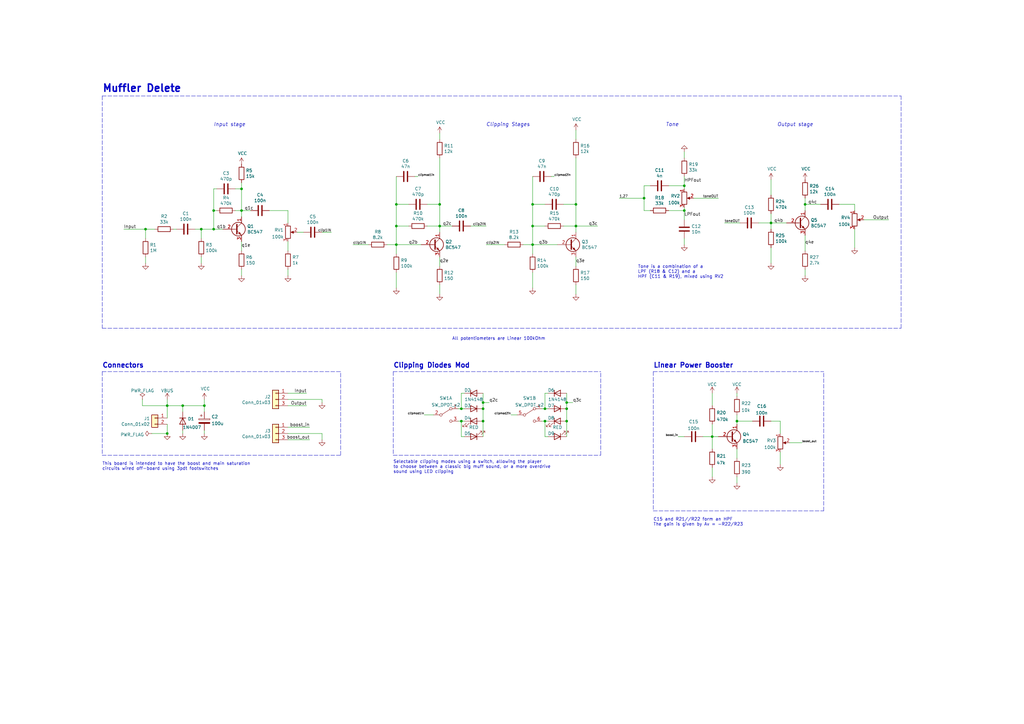
<source format=kicad_sch>
(kicad_sch (version 20211123) (generator eeschema)
  (paper "A3")
  (title_block (title "Muffler Delete") (date "2022-02-10") (rev "1") (company "jpais") (comment 1 "Based on the 72' Triangle Big Muff"))
  (lib_symbols
    (symbol "Connector_Generic:Conn_01x02" (pin_names (offset 1.016) hide)
      (property "Reference" "J" (at 0 2.54 0))
      (property "Value" "Conn_01x02" (at 0 -5.08 0))
      (symbol "Conn_01x02_1_1"
        (rectangle (start -1.27 -2.413) (end 0 -2.667) (stroke (width 0.1524)))
        (rectangle (start -1.27 0.127) (end 0 -0.127) (stroke (width 0.1524)))
        (rectangle (start -1.27 1.27) (end 1.27 -3.81) (stroke (width 0.254)) (fill (type background)))
        (pin passive line (at -5.08 0 0) (length 3.81) (name "Pin_1") (number "1"))
        (pin passive line (at -5.08 -2.54 0) (length 3.81) (name "Pin_2") (number "2"))
      )
    )
    (symbol "Connector_Generic:Conn_01x03" (pin_names (offset 1.016) hide)
      (property "Reference" "J" (at 0 5.08 0))
      (property "Value" "Conn_01x03" (at 0 -5.08 0))
      (symbol "Conn_01x03_1_1"
        (rectangle (start -1.27 -2.413) (end 0 -2.667) (stroke (width 0.1524)))
        (rectangle (start -1.27 0.127) (end 0 -0.127) (stroke (width 0.1524)))
        (rectangle (start -1.27 2.667) (end 0 2.413) (stroke (width 0.1524)))
        (rectangle (start -1.27 3.81) (end 1.27 -3.81) (stroke (width 0.254)) (fill (type background)))
        (pin passive line (at -5.08 2.54 0) (length 3.81) (name "Pin_1") (number "1"))
        (pin passive line (at -5.08 0 0) (length 3.81) (name "Pin_2") (number "2"))
        (pin passive line (at -5.08 -2.54 0) (length 3.81) (name "Pin_3") (number "3"))
      )
    )
    (symbol "Device:C" (pin_numbers hide) (pin_names (offset 0.254))
      (property "Reference" "C" (at 0.635 2.54 0))
      (property "Value" "C" (at 0.635 -2.54 0))
      (symbol "C_0_1"
        (polyline (pts (xy -2.032 -0.762) (xy 2.032 -0.762)) (stroke (width 0.508)))
        (polyline (pts (xy -2.032 0.762) (xy 2.032 0.762)) (stroke (width 0.508)))
      )
      (symbol "C_1_1"
        (pin passive line (at 0 3.81 270) (length 2.794) (name "~") (number "1"))
        (pin passive line (at 0 -3.81 90) (length 2.794) (name "~") (number "2"))
      )
    )
    (symbol "Device:C_Polarized" (pin_numbers hide) (pin_names (offset 0.254))
      (property "Reference" "C" (at 0.635 2.54 0))
      (property "Value" "C_Polarized" (at 0.635 -2.54 0))
      (symbol "C_Polarized_0_1"
        (rectangle (start -2.286 0.508) (end 2.286 1.016))
        (polyline (pts (xy -1.778 2.286) (xy -0.762 2.286)))
        (polyline (pts (xy -1.27 2.794) (xy -1.27 1.778)))
        (rectangle (start 2.286 -0.508) (end -2.286 -1.016) (fill (type outline)))
      )
      (symbol "C_Polarized_1_1"
        (pin passive line (at 0 3.81 270) (length 2.794) (name "~") (number "1"))
        (pin passive line (at 0 -3.81 90) (length 2.794) (name "~") (number "2"))
      )
    )
    (symbol "Device:LED" (pin_numbers hide) (pin_names (offset 1.016) hide)
      (property "Reference" "D" (at 0 2.54 0))
      (property "Value" "LED" (at 0 -2.54 0))
      (symbol "LED_0_1"
        (polyline (pts (xy -1.27 -1.27) (xy -1.27 1.27)) (stroke (width 0.254)))
        (polyline (pts (xy -1.27 0) (xy 1.27 0)))
        (polyline (pts (xy 1.27 -1.27) (xy 1.27 1.27) (xy -1.27 0) (xy 1.27 -1.27)) (stroke (width 0.254)))
        (polyline (pts (xy -3.048 -0.762) (xy -4.572 -2.286) (xy -3.81 -2.286) (xy -4.572 -2.286) (xy -4.572 -1.524)))
        (polyline (pts (xy -1.778 -0.762) (xy -3.302 -2.286) (xy -2.54 -2.286) (xy -3.302 -2.286) (xy -3.302 -1.524)))
      )
      (symbol "LED_1_1"
        (pin passive line (at -3.81 0 0) (length 2.54) (name "K") (number "1"))
        (pin passive line (at 3.81 0 180) (length 2.54) (name "A") (number "2"))
      )
    )
    (symbol "Device:R" (pin_numbers hide) (pin_names (offset 0))
      (property "Reference" "R" (at 2.032 0 90))
      (property "Value" "R" (at 0 0 90))
      (symbol "R_0_1"
        (rectangle (start -1.016 -2.54) (end 1.016 2.54) (stroke (width 0.254)))
      )
      (symbol "R_1_1"
        (pin passive line (at 0 3.81 270) (length 1.27) (name "~") (number "1"))
        (pin passive line (at 0 -3.81 90) (length 1.27) (name "~") (number "2"))
      )
    )
    (symbol "Device:R_Potentiometer" (pin_names (offset 1.016) hide)
      (property "Reference" "RV" (at -4.445 0 90))
      (property "Value" "R_Potentiometer" (at -2.54 0 90))
      (symbol "R_Potentiometer_0_1"
        (polyline (pts (xy 2.54 0) (xy 1.524 0)))
        (polyline (pts (xy 1.143 0) (xy 2.286 0.508) (xy 2.286 -0.508) (xy 1.143 0)) (fill (type outline)))
        (rectangle (start 1.016 2.54) (end -1.016 -2.54) (stroke (width 0.254)))
      )
      (symbol "R_Potentiometer_1_1"
        (pin passive line (at 0 3.81 270) (length 1.27) (name "1") (number "1"))
        (pin passive line (at 3.81 0 180) (length 1.27) (name "2") (number "2"))
        (pin passive line (at 0 -3.81 90) (length 1.27) (name "3") (number "3"))
      )
    )
    (symbol "Diode:1N4007" (pin_numbers hide) (pin_names (offset 1.016) hide)
      (property "Reference" "D" (at 0 2.54 0))
      (property "Value" "1N4007" (at 0 -2.54 0))
      (symbol "1N4007_0_1"
        (polyline (pts (xy -1.27 1.27) (xy -1.27 -1.27)) (stroke (width 0.254)))
        (polyline (pts (xy 1.27 0) (xy -1.27 0)))
        (polyline (pts (xy 1.27 1.27) (xy 1.27 -1.27) (xy -1.27 0) (xy 1.27 1.27)) (stroke (width 0.254)))
      )
      (symbol "1N4007_1_1"
        (pin passive line (at -3.81 0 0) (length 2.54) (name "K") (number "1"))
        (pin passive line (at 3.81 0 180) (length 2.54) (name "A") (number "2"))
      )
    )
    (symbol "Diode:1N4148" (pin_numbers hide) (pin_names (offset 1.016) hide)
      (property "Reference" "D" (at 0 2.54 0))
      (property "Value" "1N4148" (at 0 -2.54 0))
      (symbol "1N4148_0_1"
        (polyline (pts (xy -1.27 1.27) (xy -1.27 -1.27)) (stroke (width 0.254)))
        (polyline (pts (xy 1.27 0) (xy -1.27 0)))
        (polyline (pts (xy 1.27 1.27) (xy 1.27 -1.27) (xy -1.27 0) (xy 1.27 1.27)) (stroke (width 0.254)))
      )
      (symbol "1N4148_1_1"
        (pin passive line (at -3.81 0 0) (length 2.54) (name "K") (number "1"))
        (pin passive line (at 3.81 0 180) (length 2.54) (name "A") (number "2"))
      )
    )
    (symbol "Switch:SW_DPDT_x2" (pin_names (offset 0) hide)
      (property "Reference" "SW" (at 0 4.318 0))
      (property "Value" "SW_DPDT_x2" (at 0 -5.08 0))
      (symbol "SW_DPDT_x2_0_0"
        (circle (center -2.032 0) (radius 0.508))
        (circle (center 2.032 -2.54) (radius 0.508))
      )
      (symbol "SW_DPDT_x2_0_1"
        (polyline (pts (xy -1.524 0.254) (xy 1.651 2.286)))
        (circle (center 2.032 2.54) (radius 0.508))
      )
      (symbol "SW_DPDT_x2_1_1"
        (pin passive line (at 5.08 2.54 180) (length 2.54) (name "A") (number "1"))
        (pin passive line (at -5.08 0 0) (length 2.54) (name "B") (number "2"))
        (pin passive line (at 5.08 -2.54 180) (length 2.54) (name "C") (number "3"))
      )
      (symbol "SW_DPDT_x2_2_1"
        (pin passive line (at 5.08 2.54 180) (length 2.54) (name "A") (number "4"))
        (pin passive line (at -5.08 0 0) (length 2.54) (name "B") (number "5"))
        (pin passive line (at 5.08 -2.54 180) (length 2.54) (name "C") (number "6"))
      )
    )
    (symbol "Transistor_BJT:BC547" (pin_names (offset 0) hide)
      (property "Reference" "Q" (at 5.08 1.905 0))
      (property "Value" "BC547" (at 5.08 0 0))
      (symbol "BC547_0_1"
        (polyline (pts (xy 0 0) (xy 0.635 0)))
        (polyline (pts (xy 0.635 0.635) (xy 2.54 2.54)))
        (polyline (pts (xy 0.635 -0.635) (xy 2.54 -2.54) (xy 2.54 -2.54)))
        (polyline (pts (xy 0.635 1.905) (xy 0.635 -1.905) (xy 0.635 -1.905)) (stroke (width 0.508)))
        (polyline (pts (xy 1.27 -1.778) (xy 1.778 -1.27) (xy 2.286 -2.286) (xy 1.27 -1.778) (xy 1.27 -1.778)) (fill (type outline)))
        (circle (center 1.27 0) (radius 2.8194) (stroke (width 0.254)))
      )
      (symbol "BC547_1_1"
        (pin passive line (at 2.54 5.08 270) (length 2.54) (name "C") (number "1"))
        (pin input line (at -5.08 0 0) (length 5.08) (name "B") (number "2"))
        (pin passive line (at 2.54 -5.08 90) (length 2.54) (name "E") (number "3"))
      )
    )
    (symbol "power:GND" (power) (pin_names (offset 0))
      (property "Value" "GND" (at 0 -3.81 0))
      (symbol "GND_0_1"
        (polyline (pts (xy 0 0) (xy 0 -1.27) (xy 1.27 -1.27) (xy 0 -2.54) (xy -1.27 -1.27) (xy 0 -1.27)))
      )
      (symbol "GND_1_1"
        (pin power_in line (at 0 0 270) (length 0) hide (name "GND") (number "1"))
      )
    )
    (symbol "power:PWR_FLAG" (power) (pin_numbers hide) (pin_names (offset 0) hide)
      (property "Value" "PWR_FLAG" (at 0 3.81 0))
      (symbol "PWR_FLAG_0_0"
        (pin power_out line (at 0 0 90) (length 0) (name "pwr") (number "1"))
      )
      (symbol "PWR_FLAG_0_1"
        (polyline (pts (xy 0 0) (xy 0 1.27) (xy -1.016 1.905) (xy 0 2.54) (xy 1.016 1.905) (xy 0 1.27)))
      )
    )
    (symbol "power:VBUS" (power) (pin_names (offset 0))
      (property "Value" "VBUS" (at 0 3.81 0))
      (symbol "VBUS_0_1"
        (polyline (pts (xy -0.762 1.27) (xy 0 2.54)))
        (polyline (pts (xy 0 0) (xy 0 2.54)))
        (polyline (pts (xy 0 2.54) (xy 0.762 1.27)))
      )
      (symbol "VBUS_1_1"
        (pin power_in line (at 0 0 90) (length 0) hide (name "VBUS") (number "1"))
      )
    )
    (symbol "power:VCC" (power) (pin_names (offset 0))
      (property "Value" "VCC" (at 0 3.81 0))
      (symbol "VCC_0_1"
        (polyline (pts (xy -0.762 1.27) (xy 0 2.54)))
        (polyline (pts (xy 0 0) (xy 0 2.54)))
        (polyline (pts (xy 0 2.54) (xy 0.762 1.27)))
      )
      (symbol "VCC_1_1"
        (pin power_in line (at 0 0 90) (length 0) hide (name "VCC") (number "1"))
      )
    )
  )
  (junction (at 236.22 92.71))
  (junction (at 232.41 165.1))
  (junction (at 218.44 100.33))
  (junction (at 264.16 81.28))
  (junction (at 83.82 166.37))
  (junction (at 280.67 76.2))
  (junction (at 189.23 172.72))
  (junction (at 87.63 93.98))
  (junction (at 198.12 172.72))
  (junction (at 218.44 92.71))
  (junction (at 198.12 165.1))
  (junction (at 74.93 166.37))
  (junction (at 198.12 167.64))
  (junction (at 180.34 83.82))
  (junction (at 68.58 166.37))
  (junction (at 316.23 91.44))
  (junction (at 330.2 83.82))
  (junction (at 180.34 92.71))
  (junction (at 232.41 167.64))
  (junction (at 223.52 172.72))
  (junction (at 223.52 167.64))
  (junction (at 236.22 83.82))
  (junction (at 162.56 92.71))
  (junction (at 292.1 179.07))
  (junction (at 218.44 83.82))
  (junction (at 232.41 172.72))
  (junction (at 302.26 172.72))
  (junction (at 280.67 86.36))
  (junction (at 162.56 83.82))
  (junction (at 82.55 93.98))
  (junction (at 189.23 167.64))
  (junction (at 59.69 93.98))
  (junction (at 68.58 177.8))
  (junction (at 99.06 86.36))
  (junction (at 99.06 77.47))
  (junction (at 87.63 86.36))
  (junction (at 162.56 100.33))
  (wire (pts (xy 264.16 86.36) (xy 266.7 86.36)))
  (wire (pts (xy 316.23 91.44) (xy 322.58 91.44)))
  (wire (pts (xy 132.08 177.8) (xy 132.08 180.34)))
  (wire (pts (xy 59.69 107.95) (xy 59.69 105.41)))
  (wire (pts (xy 264.16 76.2) (xy 266.7 76.2)))
  (wire (pts (xy 236.22 53.34) (xy 236.22 57.15)))
  (wire (pts (xy 218.44 100.33) (xy 228.6 100.33)))
  (wire (pts (xy 180.34 105.41) (xy 180.34 109.22)))
  (wire (pts (xy 232.41 165.1) (xy 234.95 165.1)))
  (wire (pts (xy 232.41 161.29) (xy 232.41 165.1)))
  (wire (pts (xy 278.13 179.07) (xy 280.67 179.07)))
  (wire (pts (xy 316.23 101.6) (xy 316.23 107.95)))
  (wire (pts (xy 264.16 76.2) (xy 264.16 81.28)))
  (wire (pts (xy 121.92 95.25) (xy 124.46 95.25)))
  (wire (pts (xy 223.52 172.72) (xy 223.52 179.07)))
  (wire (pts (xy 330.2 110.49) (xy 330.2 113.03)))
  (wire (pts (xy 175.26 83.82) (xy 180.34 83.82)))
  (wire (pts (xy 350.52 83.82) (xy 350.52 86.36)))
  (polyline (pts (xy 41.91 134.62) (xy 369.57 134.62)))
  (wire (pts (xy 316.23 73.66) (xy 316.23 80.01)))
  (wire (pts (xy 280.67 76.2) (xy 280.67 77.47)))
  (wire (pts (xy 118.11 110.49) (xy 118.11 113.03)))
  (wire (pts (xy 236.22 92.71) (xy 236.22 95.25)))
  (wire (pts (xy 292.1 191.77) (xy 292.1 195.58)))
  (wire (pts (xy 344.17 83.82) (xy 350.52 83.82)))
  (polyline (pts (xy 246.38 186.69) (xy 246.38 152.4)))
  (wire (pts (xy 264.16 81.28) (xy 264.16 86.36)))
  (wire (pts (xy 58.42 163.83) (xy 58.42 166.37)))
  (wire (pts (xy 96.52 77.47) (xy 99.06 77.47)))
  (wire (pts (xy 320.04 172.72) (xy 316.23 172.72)))
  (wire (pts (xy 58.42 166.37) (xy 68.58 166.37)))
  (wire (pts (xy 223.52 161.29) (xy 223.52 167.64)))
  (wire (pts (xy 350.52 93.98) (xy 350.52 101.6)))
  (wire (pts (xy 330.2 96.52) (xy 330.2 102.87)))
  (wire (pts (xy 218.44 83.82) (xy 218.44 92.71)))
  (wire (pts (xy 162.56 100.33) (xy 172.72 100.33)))
  (wire (pts (xy 187.96 172.72) (xy 189.23 172.72)))
  (wire (pts (xy 170.18 72.39) (xy 171.45 72.39)))
  (wire (pts (xy 118.11 86.36) (xy 118.11 91.44)))
  (wire (pts (xy 254 81.28) (xy 264.16 81.28)))
  (polyline (pts (xy 337.82 209.55) (xy 337.82 152.4)))
  (wire (pts (xy 99.06 110.49) (xy 99.06 113.03)))
  (wire (pts (xy 198.12 165.1) (xy 198.12 167.64)))
  (wire (pts (xy 87.63 77.47) (xy 87.63 86.36)))
  (wire (pts (xy 280.67 86.36) (xy 280.67 85.09)))
  (polyline (pts (xy 161.29 152.4) (xy 161.29 186.69)))
  (polyline (pts (xy 41.91 39.37) (xy 369.57 39.37)))
  (wire (pts (xy 180.34 54.61) (xy 180.34 57.15)))
  (wire (pts (xy 330.2 83.82) (xy 336.55 83.82)))
  (wire (pts (xy 199.39 100.33) (xy 207.01 100.33)))
  (wire (pts (xy 193.04 92.71) (xy 199.39 92.71)))
  (polyline (pts (xy 161.29 186.69) (xy 246.38 186.69)))
  (wire (pts (xy 59.69 97.79) (xy 59.69 93.98)))
  (wire (pts (xy 74.93 166.37) (xy 83.82 166.37)))
  (wire (pts (xy 125.73 161.29) (xy 118.11 161.29)))
  (wire (pts (xy 99.06 102.87) (xy 99.06 99.06)))
  (wire (pts (xy 175.26 92.71) (xy 180.34 92.71)))
  (wire (pts (xy 118.11 180.34) (xy 127 180.34)))
  (wire (pts (xy 198.12 172.72) (xy 198.12 179.07)))
  (wire (pts (xy 80.01 93.98) (xy 82.55 93.98)))
  (wire (pts (xy 280.67 76.2) (xy 280.67 72.39)))
  (wire (pts (xy 323.85 181.61) (xy 328.93 181.61)))
  (wire (pts (xy 218.44 100.33) (xy 218.44 92.71)))
  (wire (pts (xy 187.96 167.64) (xy 189.23 167.64)))
  (wire (pts (xy 83.82 163.83) (xy 83.82 166.37)))
  (wire (pts (xy 180.34 92.71) (xy 185.42 92.71)))
  (wire (pts (xy 68.58 173.99) (xy 68.58 177.8)))
  (wire (pts (xy 50.8 93.98) (xy 59.69 93.98)))
  (wire (pts (xy 99.06 88.9) (xy 99.06 86.36)))
  (wire (pts (xy 280.67 97.79) (xy 280.67 100.33)))
  (wire (pts (xy 198.12 165.1) (xy 200.66 165.1)))
  (wire (pts (xy 231.14 83.82) (xy 236.22 83.82)))
  (wire (pts (xy 162.56 83.82) (xy 162.56 92.71)))
  (wire (pts (xy 189.23 167.64) (xy 190.5 167.64)))
  (wire (pts (xy 302.26 195.58) (xy 302.26 198.12)))
  (wire (pts (xy 316.23 91.44) (xy 316.23 87.63)))
  (wire (pts (xy 297.18 91.44) (xy 303.53 91.44)))
  (wire (pts (xy 232.41 172.72) (xy 232.41 179.07)))
  (wire (pts (xy 330.2 83.82) (xy 330.2 81.28)))
  (wire (pts (xy 167.64 83.82) (xy 162.56 83.82)))
  (wire (pts (xy 218.44 118.11) (xy 218.44 111.76)))
  (wire (pts (xy 218.44 92.71) (xy 223.52 92.71)))
  (wire (pts (xy 144.78 100.33) (xy 151.13 100.33)))
  (wire (pts (xy 162.56 100.33) (xy 162.56 92.71)))
  (wire (pts (xy 236.22 83.82) (xy 236.22 92.71)))
  (wire (pts (xy 180.34 120.65) (xy 180.34 116.84)))
  (wire (pts (xy 292.1 179.07) (xy 292.1 184.15)))
  (polyline (pts (xy 41.91 152.4) (xy 41.91 186.69)))
  (wire (pts (xy 68.58 163.83) (xy 68.58 166.37)))
  (wire (pts (xy 180.34 92.71) (xy 180.34 95.25)))
  (wire (pts (xy 118.11 175.26) (xy 127 175.26)))
  (polyline (pts (xy 267.97 152.4) (xy 267.97 209.55)))
  (wire (pts (xy 316.23 93.98) (xy 316.23 91.44)))
  (wire (pts (xy 68.58 166.37) (xy 74.93 166.37)))
  (wire (pts (xy 132.08 163.83) (xy 118.11 163.83)))
  (wire (pts (xy 190.5 179.07) (xy 189.23 179.07)))
  (wire (pts (xy 125.73 166.37) (xy 118.11 166.37)))
  (wire (pts (xy 110.49 86.36) (xy 118.11 86.36)))
  (wire (pts (xy 99.06 77.47) (xy 99.06 74.93)))
  (wire (pts (xy 320.04 177.8) (xy 320.04 172.72)))
  (wire (pts (xy 236.22 105.41) (xy 236.22 109.22)))
  (polyline (pts (xy 161.29 152.4) (xy 246.38 152.4)))
  (wire (pts (xy 274.32 86.36) (xy 280.67 86.36)))
  (wire (pts (xy 83.82 166.37) (xy 83.82 168.91)))
  (wire (pts (xy 292.1 173.99) (xy 292.1 179.07)))
  (wire (pts (xy 232.41 167.64) (xy 232.41 172.72)))
  (wire (pts (xy 236.22 92.71) (xy 245.11 92.71)))
  (wire (pts (xy 82.55 107.95) (xy 82.55 105.41)))
  (wire (pts (xy 231.14 92.71) (xy 236.22 92.71)))
  (wire (pts (xy 82.55 93.98) (xy 87.63 93.98)))
  (wire (pts (xy 223.52 161.29) (xy 224.79 161.29)))
  (polyline (pts (xy 267.97 152.4) (xy 337.82 152.4)))
  (wire (pts (xy 214.63 100.33) (xy 218.44 100.33)))
  (wire (pts (xy 118.11 177.8) (xy 132.08 177.8)))
  (wire (pts (xy 132.08 95.25) (xy 135.89 95.25)))
  (wire (pts (xy 218.44 83.82) (xy 218.44 72.39)))
  (wire (pts (xy 189.23 172.72) (xy 190.5 172.72)))
  (wire (pts (xy 222.25 167.64) (xy 223.52 167.64)))
  (wire (pts (xy 223.52 83.82) (xy 218.44 83.82)))
  (polyline (pts (xy 267.97 209.55) (xy 337.82 209.55)))
  (wire (pts (xy 311.15 91.44) (xy 316.23 91.44)))
  (polyline (pts (xy 41.91 186.69) (xy 139.7 186.69)))
  (wire (pts (xy 302.26 184.15) (xy 302.26 187.96)))
  (wire (pts (xy 83.82 176.53) (xy 83.82 177.8)))
  (wire (pts (xy 74.93 176.53) (xy 74.93 177.8)))
  (wire (pts (xy 62.23 177.8) (xy 68.58 177.8)))
  (wire (pts (xy 302.26 170.18) (xy 302.26 172.72)))
  (wire (pts (xy 236.22 120.65) (xy 236.22 116.84)))
  (wire (pts (xy 302.26 172.72) (xy 302.26 173.99)))
  (wire (pts (xy 99.06 86.36) (xy 102.87 86.36)))
  (polyline (pts (xy 41.91 39.37) (xy 41.91 134.62)))
  (polyline (pts (xy 139.7 186.69) (xy 139.7 152.4)))
  (wire (pts (xy 198.12 161.29) (xy 198.12 165.1)))
  (wire (pts (xy 223.52 167.64) (xy 224.79 167.64)))
  (wire (pts (xy 280.67 86.36) (xy 280.67 90.17)))
  (wire (pts (xy 173.99 170.18) (xy 177.8 170.18)))
  (wire (pts (xy 209.55 170.18) (xy 212.09 170.18)))
  (wire (pts (xy 162.56 100.33) (xy 162.56 104.14)))
  (wire (pts (xy 132.08 165.1) (xy 132.08 163.83)))
  (wire (pts (xy 162.56 118.11) (xy 162.56 111.76)))
  (wire (pts (xy 284.48 81.28) (xy 294.64 81.28)))
  (wire (pts (xy 288.29 179.07) (xy 292.1 179.07)))
  (wire (pts (xy 180.34 64.77) (xy 180.34 83.82)))
  (wire (pts (xy 224.79 179.07) (xy 223.52 179.07)))
  (wire (pts (xy 274.32 76.2) (xy 280.67 76.2)))
  (wire (pts (xy 99.06 86.36) (xy 99.06 77.47)))
  (wire (pts (xy 59.69 93.98) (xy 63.5 93.98)))
  (wire (pts (xy 71.12 93.98) (xy 72.39 93.98)))
  (polyline (pts (xy 369.57 134.62) (xy 369.57 39.37)))
  (wire (pts (xy 218.44 100.33) (xy 218.44 104.14)))
  (wire (pts (xy 87.63 86.36) (xy 88.9 86.36)))
  (wire (pts (xy 189.23 172.72) (xy 189.23 179.07)))
  (wire (pts (xy 302.26 172.72) (xy 308.61 172.72)))
  (wire (pts (xy 292.1 161.29) (xy 292.1 166.37)))
  (wire (pts (xy 292.1 179.07) (xy 294.64 179.07)))
  (wire (pts (xy 354.33 90.17) (xy 364.49 90.17)))
  (wire (pts (xy 330.2 86.36) (xy 330.2 83.82)))
  (wire (pts (xy 226.06 72.39) (xy 227.33 72.39)))
  (wire (pts (xy 162.56 83.82) (xy 162.56 72.39)))
  (wire (pts (xy 236.22 64.77) (xy 236.22 83.82)))
  (polyline (pts (xy 41.91 152.4) (xy 139.7 152.4)))
  (wire (pts (xy 87.63 86.36) (xy 87.63 93.98)))
  (wire (pts (xy 320.04 185.42) (xy 320.04 190.5)))
  (wire (pts (xy 87.63 93.98) (xy 91.44 93.98)))
  (wire (pts (xy 74.93 168.91) (xy 74.93 166.37)))
  (wire (pts (xy 198.12 167.64) (xy 198.12 172.72)))
  (wire (pts (xy 232.41 165.1) (xy 232.41 167.64)))
  (wire (pts (xy 223.52 172.72) (xy 224.79 172.72)))
  (wire (pts (xy 82.55 93.98) (xy 82.55 97.79)))
  (wire (pts (xy 158.75 100.33) (xy 162.56 100.33)))
  (wire (pts (xy 189.23 161.29) (xy 190.5 161.29)))
  (wire (pts (xy 118.11 99.06) (xy 118.11 102.87)))
  (wire (pts (xy 88.9 77.47) (xy 87.63 77.47)))
  (wire (pts (xy 162.56 92.71) (xy 167.64 92.71)))
  (wire (pts (xy 96.52 86.36) (xy 99.06 86.36)))
  (wire (pts (xy 302.26 161.29) (xy 302.26 162.56)))
  (wire (pts (xy 180.34 83.82) (xy 180.34 92.71)))
  (wire (pts (xy 222.25 172.72) (xy 223.52 172.72)))
  (wire (pts (xy 189.23 161.29) (xy 189.23 167.64)))
  (wire (pts (xy 280.67 62.23) (xy 280.67 64.77)))
  (wire (pts (xy 68.58 166.37) (xy 68.58 171.45)))
  (text "Connectors" (at 41.91 151.13 0) (effects (font (size 2 2) (thickness 0.4) bold) (justify left bottom)))
  (text "Muffler Delete" (at 41.91 38.1 0) (effects (font (size 3 3) (thickness 0.6) bold) (justify left bottom)))
  (text "Selectable clipping modes using a switch, allowing the player\nto choose between a classic big muff sound, or a more overdrive\nsound using LED clipping\n" (at 161.29 194.31 0) (effects (font (size 1.27 1.27)) (justify left bottom)))
  (text "Clipping Stages\n" (at 199.39 52.07 0) (effects (font (size 1.5 1.5) italic) (justify left bottom)))
  (text "Input stage" (at 87.63 52.07 0) (effects (font (size 1.5 1.5) italic) (justify left bottom)))
  (text "Output stage" (at 318.77 52.07 0) (effects (font (size 1.5 1.5) italic) (justify left bottom)))
  (text "Clipping Diodes Mod" (at 161.29 151.13 0) (effects (font (size 2 2) (thickness 0.4) bold) (justify left bottom)))
  (text "Tone" (at 273.05 52.07 0) (effects (font (size 1.5 1.5) italic) (justify left bottom)))
  (text "This board is intended to have the boost and main saturation\ncircuits wired off-board using 3pdt footswitches" (at 41.91 193.04 0) (effects (font (size 1.27 1.27)) (justify left bottom)))
  (text "All potentiometers are Linear 100kOhm\n" (at 185.42 139.7 0) (effects (font (size 1.27 1.27)) (justify left bottom)))
  (text "Tone is a combination of a \nLPF (R18 & C12) and a\nHPF (C11 & R19), mixed using RV2" (at 261.62 114.3 0) (effects (font (size 1.27 1.27)) (justify left bottom)))
  (text "Linear Power Booster\n" (at 267.97 151.13 0) (effects (font (size 2 2) (thickness 0.4) bold) (justify left bottom)))
  (text "C15 and R21//R22 form an HPF\nThe gain is given by Av = -R22/R23" (at 267.97 215.9 0) (effects (font (size 1.27 1.27)) (justify left bottom)))
  (label "LPFout" (at 280.67 88.9 0))
  (label "q2c" (at 181.61 92.71 0))
  (label "q4c" (at 331.47 83.82 0))
  (label "q3e" (at 236.22 107.95 0))
  (label "toneOUT" (at 297.18 91.44 0) (effects (font (size 1 1))))
  (label "Output" (at 125.73 166.37 180))
  (label "clip2IN" (at 199.39 100.33 0) (effects (font (size 1 1))))
  (label "toneOUT" (at 294.64 81.28 180) (effects (font (size 1 1))))
  (label "1,27" (at 254 81.28 0) (effects (font (size 1 1))))
  (label "q1c" (at 100.33 86.36 0))
  (label "clipmod1in" (at 173.99 170.18 180) (effects (font (size 0.8 0.8))))
  (label "clip1IN" (at 144.78 100.33 0) (effects (font (size 1 1))))
  (label "q1e" (at 99.06 101.6 0))
  (label "q1b" (at 88.9 93.98 0))
  (label "q4b" (at 317.5 91.44 0))
  (label "boost_in" (at 127 175.26 180))
  (label "boost_in" (at 278.13 179.07 180) (effects (font (size 0.8 0.8))))
  (label "clip2IN" (at 199.39 92.71 180) (effects (font (size 1 1))))
  (label "clipmod2in" (at 209.55 170.18 180) (effects (font (size 0.8 0.8))))
  (label "clipmod1in" (at 171.45 72.39 0) (effects (font (size 0.8 0.8))))
  (label "q2b" (at 167.64 100.33 0))
  (label "HPFout" (at 280.67 74.93 0))
  (label "q4e" (at 330.2 100.33 0))
  (label "clipmod2in" (at 227.33 72.39 0) (effects (font (size 0.8 0.8))))
  (label "q2c" (at 200.66 165.1 0))
  (label "Input" (at 125.73 161.29 180))
  (label "Output" (at 364.49 90.17 180))
  (label "clip1IN" (at 135.89 95.25 180) (effects (font (size 1 1))))
  (label "q3c" (at 245.11 92.71 180))
  (label "boost_out" (at 127 180.34 180))
  (label "q3b" (at 220.98 100.33 0))
  (label "boost_out" (at 328.93 181.61 0) (effects (font (size 0.8 0.8))))
  (label "q2e" (at 180.34 107.95 0))
  (label "Input" (at 50.8 93.98 0))
  (label "q3c" (at 234.95 165.1 0))
  (symbol (lib_id "Device:R") (at 59.69 101.6 0) (unit 1)
    (property "Reference" "R1" (at 61.468 100.4316 0) (effects (justify left)))
    (property "Value" "1M" (at 61.468 102.743 0) (effects (justify left)))
    (property "Footprint" "Resistor_THT:R_Axial_DIN0207_L6.3mm_D2.5mm_P7.62mm_Horizontal" (effects hide))
  )
  (symbol (lib_id "Device:R") (at 67.31 93.98 270) (unit 1)
    (property "Reference" "R2" (at 67.31 88.7222 90))
    (property "Value" "33k" (at 67.31 91.0336 90))
    (property "Footprint" "Resistor_THT:R_Axial_DIN0207_L6.3mm_D2.5mm_P7.62mm_Horizontal" (effects hide))
  )
  (symbol (lib_id "Device:C") (at 76.2 93.98 270) (unit 1)
    (property "Reference" "C1" (at 76.2 87.5792 90))
    (property "Value" "100n" (at 76.2 89.8906 90))
    (property "Footprint" "Capacitor_THT:C_Rect_L7.2mm_W2.5mm_P5.00mm_FKS2_FKP2_MKS2_MKP2" (effects hide))
  )
  (symbol (lib_id "Transistor_BJT:BC547") (at 96.52 93.98 0) (unit 1)
    (property "Reference" "Q1" (at 101.3714 92.8116 0) (effects (justify left)))
    (property "Value" "BC547" (at 101.3714 95.123 0) (effects (justify left)))
    (property "Footprint" "Package_TO_SOT_THT:TO-92_Inline_Wide" (effects hide))
    (property "Datasheet" "https://www.onsemi.com/pub/Collateral/BC550-D.pdf" (effects hide))
  )
  (symbol (lib_id "Device:R") (at 82.55 101.6 0) (unit 1)
    (property "Reference" "R3" (at 84.328 100.4316 0) (effects (justify left)))
    (property "Value" "100k" (at 84.328 102.743 0) (effects (justify left)))
    (property "Footprint" "Resistor_THT:R_Axial_DIN0207_L6.3mm_D2.5mm_P7.62mm_Horizontal" (effects hide))
  )
  (symbol (lib_id "Device:R") (at 99.06 106.68 0) (unit 1)
    (property "Reference" "R6" (at 100.838 105.5116 0) (effects (justify left)))
    (property "Value" "150" (at 100.838 107.823 0) (effects (justify left)))
    (property "Footprint" "Resistor_THT:R_Axial_DIN0207_L6.3mm_D2.5mm_P7.62mm_Horizontal" (effects hide))
  )
  (symbol (lib_id "Device:R") (at 92.71 86.36 270) (unit 1)
    (property "Reference" "R4" (at 92.71 81.1022 90))
    (property "Value" "470k" (at 92.71 83.4136 90))
    (property "Footprint" "Resistor_THT:R_Axial_DIN0207_L6.3mm_D2.5mm_P7.62mm_Horizontal" (effects hide))
  )
  (symbol (lib_id "Device:C") (at 92.71 77.47 270) (unit 1)
    (property "Reference" "C3" (at 92.71 71.0692 90))
    (property "Value" "470p" (at 92.71 73.3806 90))
    (property "Footprint" "Capacitor_THT:C_Rect_L7.2mm_W2.5mm_P5.00mm_FKS2_FKP2_MKS2_MKP2" (effects hide))
  )
  (symbol (lib_id "Device:R") (at 99.06 71.12 0) (unit 1)
    (property "Reference" "R5" (at 100.838 69.9516 0) (effects (justify left)))
    (property "Value" "15k" (at 100.838 72.263 0) (effects (justify left)))
    (property "Footprint" "Resistor_THT:R_Axial_DIN0207_L6.3mm_D2.5mm_P7.62mm_Horizontal" (effects hide))
  )
  (symbol (lib_id "Device:C") (at 106.68 86.36 270) (unit 1)
    (property "Reference" "C4" (at 106.68 79.9592 90))
    (property "Value" "100n" (at 106.68 82.2706 90))
    (property "Footprint" "Capacitor_THT:C_Rect_L7.2mm_W2.5mm_P5.00mm_FKS2_FKP2_MKS2_MKP2" (effects hide))
  )
  (symbol (lib_id "Device:R") (at 118.11 106.68 0) (unit 1)
    (property "Reference" "R7" (at 119.888 105.5116 0) (effects (justify left)))
    (property "Value" "1k" (at 119.888 107.823 0) (effects (justify left)))
    (property "Footprint" "Resistor_THT:R_Axial_DIN0207_L6.3mm_D2.5mm_P7.62mm_Horizontal" (effects hide))
  )
  (symbol (lib_id "Device:C") (at 128.27 95.25 270) (unit 1)
    (property "Reference" "C5" (at 128.27 88.8492 90))
    (property "Value" "100n" (at 128.27 91.1606 90))
    (property "Footprint" "Capacitor_THT:C_Rect_L7.2mm_W2.5mm_P5.00mm_FKS2_FKP2_MKS2_MKP2" (effects hide))
  )
  (symbol (lib_id "Device:R") (at 154.94 100.33 270) (unit 1)
    (property "Reference" "R8" (at 154.94 95.0722 90))
    (property "Value" "8.2k" (at 154.94 97.3836 90))
    (property "Footprint" "Resistor_THT:R_Axial_DIN0207_L6.3mm_D2.5mm_P7.62mm_Horizontal" (effects hide))
  )
  (symbol (lib_id "Device:R") (at 162.56 107.95 0) (unit 1)
    (property "Reference" "R9" (at 164.338 106.7816 0) (effects (justify left)))
    (property "Value" "100k" (at 164.338 109.093 0) (effects (justify left)))
    (property "Footprint" "Resistor_THT:R_Axial_DIN0207_L6.3mm_D2.5mm_P7.62mm_Horizontal" (effects hide))
  )
  (symbol (lib_id "Transistor_BJT:BC547") (at 177.8 100.33 0) (unit 1)
    (property "Reference" "Q2" (at 182.6514 99.1616 0) (effects (justify left)))
    (property "Value" "BC547" (at 182.6514 101.473 0) (effects (justify left)))
    (property "Footprint" "Package_TO_SOT_THT:TO-92_Inline_Wide" (effects hide))
    (property "Datasheet" "https://www.onsemi.com/pub/Collateral/BC550-D.pdf" (effects hide))
  )
  (symbol (lib_id "Device:R") (at 171.45 92.71 270) (unit 1)
    (property "Reference" "R10" (at 171.45 87.4522 90))
    (property "Value" "470k" (at 171.45 89.7636 90))
    (property "Footprint" "Resistor_THT:R_Axial_DIN0207_L6.3mm_D2.5mm_P7.62mm_Horizontal" (effects hide))
  )
  (symbol (lib_id "Device:C") (at 171.45 83.82 270) (unit 1)
    (property "Reference" "C7" (at 171.45 77.4192 90))
    (property "Value" "470p" (at 171.45 79.7306 90))
    (property "Footprint" "Capacitor_THT:C_Rect_L7.2mm_W2.5mm_P5.00mm_FKS2_FKP2_MKS2_MKP2" (effects hide))
  )
  (symbol (lib_id "Device:C") (at 166.37 72.39 270) (unit 1)
    (property "Reference" "C6" (at 166.37 65.9892 90))
    (property "Value" "47n" (at 166.37 68.3006 90))
    (property "Footprint" "Capacitor_THT:C_Rect_L7.2mm_W2.5mm_P5.00mm_FKS2_FKP2_MKS2_MKP2" (effects hide))
  )
  (symbol (lib_id "Device:R") (at 180.34 60.96 0) (unit 1)
    (property "Reference" "R11" (at 182.118 59.7916 0) (effects (justify left)))
    (property "Value" "12k" (at 182.118 62.103 0) (effects (justify left)))
    (property "Footprint" "Resistor_THT:R_Axial_DIN0207_L6.3mm_D2.5mm_P7.62mm_Horizontal" (effects hide))
  )
  (symbol (lib_id "Device:R") (at 180.34 113.03 0) (unit 1)
    (property "Reference" "R12" (at 182.118 111.8616 0) (effects (justify left)))
    (property "Value" "150" (at 182.118 114.173 0) (effects (justify left)))
    (property "Footprint" "Resistor_THT:R_Axial_DIN0207_L6.3mm_D2.5mm_P7.62mm_Horizontal" (effects hide))
  )
  (symbol (lib_id "Device:C") (at 189.23 92.71 270) (unit 1)
    (property "Reference" "C8" (at 189.23 86.3092 90))
    (property "Value" "100n" (at 189.23 88.6206 90))
    (property "Footprint" "Capacitor_THT:C_Rect_L7.2mm_W2.5mm_P5.00mm_FKS2_FKP2_MKS2_MKP2" (effects hide))
  )
  (symbol (lib_id "Device:R") (at 210.82 100.33 270) (unit 1)
    (property "Reference" "R13" (at 210.82 95.0722 90))
    (property "Value" "8.2k" (at 210.82 97.3836 90))
    (property "Footprint" "Resistor_THT:R_Axial_DIN0207_L6.3mm_D2.5mm_P7.62mm_Horizontal" (effects hide))
  )
  (symbol (lib_id "Device:R") (at 218.44 107.95 0) (unit 1)
    (property "Reference" "R14" (at 220.218 106.7816 0) (effects (justify left)))
    (property "Value" "100k" (at 220.218 109.093 0) (effects (justify left)))
    (property "Footprint" "Resistor_THT:R_Axial_DIN0207_L6.3mm_D2.5mm_P7.62mm_Horizontal" (effects hide))
  )
  (symbol (lib_id "Transistor_BJT:BC547") (at 233.68 100.33 0) (unit 1)
    (property "Reference" "Q3" (at 238.5314 99.1616 0) (effects (justify left)))
    (property "Value" "BC547" (at 238.5314 101.473 0) (effects (justify left)))
    (property "Footprint" "Package_TO_SOT_THT:TO-92_Inline_Wide" (effects hide))
    (property "Datasheet" "https://www.onsemi.com/pub/Collateral/BC550-D.pdf" (effects hide))
  )
  (symbol (lib_id "Device:R") (at 227.33 92.71 270) (unit 1)
    (property "Reference" "R15" (at 227.33 87.4522 90))
    (property "Value" "470k" (at 227.33 89.7636 90))
    (property "Footprint" "Resistor_THT:R_Axial_DIN0207_L6.3mm_D2.5mm_P7.62mm_Horizontal" (effects hide))
  )
  (symbol (lib_id "Device:C") (at 227.33 83.82 270) (unit 1)
    (property "Reference" "C10" (at 227.33 77.47 90))
    (property "Value" "470p" (at 227.33 79.7306 90))
    (property "Footprint" "Capacitor_THT:C_Rect_L7.2mm_W2.5mm_P5.00mm_FKS2_FKP2_MKS2_MKP2" (effects hide))
  )
  (symbol (lib_id "Device:C") (at 222.25 72.39 270) (unit 1)
    (property "Reference" "C9" (at 222.25 65.9892 90))
    (property "Value" "47n" (at 222.25 68.3006 90))
    (property "Footprint" "Capacitor_THT:C_Rect_L7.2mm_W2.5mm_P5.00mm_FKS2_FKP2_MKS2_MKP2" (effects hide))
  )
  (symbol (lib_id "Device:R") (at 236.22 60.96 0) (unit 1)
    (property "Reference" "R16" (at 237.998 59.7916 0) (effects (justify left)))
    (property "Value" "12k" (at 237.998 62.103 0) (effects (justify left)))
    (property "Footprint" "Resistor_THT:R_Axial_DIN0207_L6.3mm_D2.5mm_P7.62mm_Horizontal" (effects hide))
  )
  (symbol (lib_id "Device:R") (at 236.22 113.03 0) (unit 1)
    (property "Reference" "R17" (at 237.998 111.8616 0) (effects (justify left)))
    (property "Value" "150" (at 237.998 114.173 0) (effects (justify left)))
    (property "Footprint" "Resistor_THT:R_Axial_DIN0207_L6.3mm_D2.5mm_P7.62mm_Horizontal" (effects hide))
  )
  (symbol (lib_id "Device:C") (at 270.51 76.2 270) (unit 1)
    (property "Reference" "C11" (at 270.51 69.7992 90))
    (property "Value" "4n" (at 270.51 72.1106 90))
    (property "Footprint" "Capacitor_THT:C_Rect_L7.2mm_W2.5mm_P5.00mm_FKS2_FKP2_MKS2_MKP2" (effects hide))
  )
  (symbol (lib_id "Device:R") (at 270.51 86.36 270) (unit 1)
    (property "Reference" "R18" (at 270.51 81.1022 90))
    (property "Value" "33k" (at 270.51 83.4136 90))
    (property "Footprint" "Resistor_THT:R_Axial_DIN0207_L6.3mm_D2.5mm_P7.62mm_Horizontal" (effects hide))
  )
  (symbol (lib_id "Device:R") (at 280.67 68.58 0) (unit 1)
    (property "Reference" "R19" (at 282.448 67.4116 0) (effects (justify left)))
    (property "Value" "33k" (at 282.448 69.723 0) (effects (justify left)))
    (property "Footprint" "Resistor_THT:R_Axial_DIN0207_L6.3mm_D2.5mm_P7.62mm_Horizontal" (effects hide))
  )
  (symbol (lib_id "Device:C") (at 280.67 93.98 0) (unit 1)
    (property "Reference" "C12" (at 283.591 92.8116 0) (effects (justify left)))
    (property "Value" "10n" (at 283.591 95.123 0) (effects (justify left)))
    (property "Footprint" "Capacitor_THT:C_Rect_L7.2mm_W2.5mm_P5.00mm_FKS2_FKP2_MKS2_MKP2" (effects hide))
  )
  (symbol (lib_id "Device:C") (at 307.34 91.44 90) (unit 1)
    (property "Reference" "C13" (at 307.34 85.0392 90))
    (property "Value" "100n" (at 307.34 87.3506 90))
    (property "Footprint" "Capacitor_THT:C_Rect_L7.2mm_W2.5mm_P5.00mm_FKS2_FKP2_MKS2_MKP2" (effects hide))
  )
  (symbol (lib_id "Device:R") (at 316.23 83.82 0) (unit 1)
    (property "Reference" "R24" (at 318.008 82.6516 0) (effects (justify left)))
    (property "Value" "470k" (at 318.008 84.963 0) (effects (justify left)))
    (property "Footprint" "Resistor_THT:R_Axial_DIN0207_L6.3mm_D2.5mm_P7.62mm_Horizontal" (effects hide))
  )
  (symbol (lib_id "Device:R") (at 316.23 97.79 0) (unit 1)
    (property "Reference" "R25" (at 318.008 96.6216 0) (effects (justify left)))
    (property "Value" "100k" (at 318.008 98.933 0) (effects (justify left)))
    (property "Footprint" "Resistor_THT:R_Axial_DIN0207_L6.3mm_D2.5mm_P7.62mm_Horizontal" (effects hide))
  )
  (symbol (lib_id "Transistor_BJT:BC547") (at 327.66 91.44 0) (unit 1)
    (property "Reference" "Q5" (at 332.5114 90.2716 0) (effects (justify left)))
    (property "Value" "BC547" (at 332.5114 92.583 0) (effects (justify left)))
    (property "Footprint" "Package_TO_SOT_THT:TO-92_Inline_Wide" (effects hide))
    (property "Datasheet" "https://www.onsemi.com/pub/Collateral/BC550-D.pdf" (effects hide))
  )
  (symbol (lib_id "Device:R") (at 330.2 106.68 0) (unit 1)
    (property "Reference" "R27" (at 331.978 105.5116 0) (effects (justify left)))
    (property "Value" "2.7k" (at 331.978 107.823 0) (effects (justify left)))
    (property "Footprint" "Resistor_THT:R_Axial_DIN0207_L6.3mm_D2.5mm_P7.62mm_Horizontal" (effects hide))
  )
  (symbol (lib_id "Device:R") (at 330.2 77.47 0) (unit 1)
    (property "Reference" "R26" (at 331.978 76.3016 0) (effects (justify left)))
    (property "Value" "12k" (at 331.978 78.613 0) (effects (justify left)))
    (property "Footprint" "Resistor_THT:R_Axial_DIN0207_L6.3mm_D2.5mm_P7.62mm_Horizontal" (effects hide))
  )
  (symbol (lib_id "Device:C") (at 340.36 83.82 270) (unit 1)
    (property "Reference" "C14" (at 340.36 77.4192 90))
    (property "Value" "100n" (at 340.36 79.7306 90))
    (property "Footprint" "Capacitor_THT:C_Rect_L7.2mm_W2.5mm_P5.00mm_FKS2_FKP2_MKS2_MKP2" (effects hide))
  )
  (symbol (lib_id "power:VCC") (at 99.06 67.31 0) (unit 1)
    (property "Reference" "#PWR07" (effects hide))
    (property "Value" "VCC" (at 99.441 62.9158 0))
  )
  (symbol (lib_id "power:VCC") (at 180.34 54.61 0) (unit 1)
    (property "Reference" "#PWR013" (effects hide))
    (property "Value" "VCC" (at 180.721 50.2158 0))
  )
  (symbol (lib_id "power:VCC") (at 236.22 53.34 0) (unit 1)
    (property "Reference" "#PWR016" (effects hide))
    (property "Value" "VCC" (at 236.601 48.9458 0))
  )
  (symbol (lib_id "power:VCC") (at 330.2 73.66 0) (unit 1)
    (property "Reference" "#PWR027" (effects hide))
    (property "Value" "VCC" (at 330.581 69.2658 0))
  )
  (symbol (lib_id "power:VCC") (at 316.23 73.66 0) (unit 1)
    (property "Reference" "#PWR024" (effects hide))
    (property "Value" "VCC" (at 316.611 69.2658 0))
  )
  (symbol (lib_id "power:VCC") (at 83.82 163.83 0) (unit 1)
    (property "Reference" "#PWR05" (effects hide))
    (property "Value" "VCC" (at 84.201 159.4358 0))
  )
  (symbol (lib_id "Connector_Generic:Conn_01x03") (at 113.03 163.83 0) (mirror y) (unit 1)
    (property "Reference" "J2" (at 110.998 162.7632 0) (effects (justify left)))
    (property "Value" "Conn_01x03" (at 110.998 165.0746 0) (effects (justify left)))
    (property "Footprint" "Connector_PinHeader_2.54mm:PinHeader_1x03_P2.54mm_Vertical" (effects hide))
  )
  (symbol (lib_id "Connector_Generic:Conn_01x02") (at 63.5 171.45 0) (mirror y) (unit 1)
    (property "Reference" "J1" (at 61.468 171.6532 0) (effects (justify left)))
    (property "Value" "Conn_01x02" (at 61.468 173.9646 0) (effects (justify left)))
    (property "Footprint" "Connector_PinHeader_2.54mm:PinHeader_1x02_P2.54mm_Vertical" (effects hide))
  )
  (symbol (lib_id "power:GND") (at 68.58 177.8 0) (unit 1)
    (property "Reference" "#PWR03" (effects hide))
    (property "Value" "GND" (effects hide))
  )
  (symbol (lib_id "power:GND") (at 350.52 101.6 0) (unit 1)
    (property "Reference" "#PWR029" (effects hide))
    (property "Value" "GND" (effects hide))
  )
  (symbol (lib_id "power:GND") (at 320.04 190.5 0) (unit 1)
    (property "Reference" "#PWR026" (effects hide))
    (property "Value" "GND" (effects hide))
  )
  (symbol (lib_id "power:GND") (at 280.67 62.23 180) (unit 1)
    (property "Reference" "#PWR018" (effects hide))
    (property "Value" "GND" (effects hide))
  )
  (symbol (lib_id "Diode:1N4007") (at 74.93 172.72 270) (unit 1)
    (property "Reference" "D1" (at 76.962 171.8115 90) (effects (justify left)))
    (property "Value" "1N4007" (at 74.93 175.26 90) (effects (justify left)))
    (property "Footprint" "Diode_THT:D_DO-41_SOD81_P10.16mm_Horizontal" (effects hide))
    (property "Datasheet" "http://www.vishay.com/docs/88503/1n4001.pdf" (effects hide))
  )
  (symbol (lib_id "Diode:1N4148") (at 228.6 167.64 0) (mirror y) (unit 1)
    (property "Reference" "D7" (at 226.06 166.37 0))
    (property "Value" "1N4148" (effects hide))
    (property "Footprint" "Diode_THT:D_DO-35_SOD27_P7.62mm_Horizontal" (effects hide))
    (property "Datasheet" "https://assets.nexperia.com/documents/data-sheet/1N4148_1N4448.pdf" (effects hide))
  )
  (symbol (lib_id "power:GND") (at 82.55 107.95 0) (unit 1)
    (property "Reference" "#PWR04" (effects hide))
    (property "Value" "GND" (effects hide))
  )
  (symbol (lib_id "power:GND") (at 292.1 195.58 0) (unit 1)
    (property "Reference" "#PWR021" (effects hide))
    (property "Value" "GND" (effects hide))
  )
  (symbol (lib_id "Device:C_Polarized") (at 83.82 172.72 0) (unit 1)
    (property "Reference" "C2" (at 86.741 170.9225 0) (effects (justify left)))
    (property "Value" "100u" (at 86.741 173.6976 0) (effects (justify left)))
    (property "Footprint" "Capacitor_THT:CP_Radial_D6.3mm_P2.50mm" (effects hide))
  )
  (symbol (lib_id "power:GND") (at 74.93 177.8 0) (unit 1)
    (property "Reference" "#PWR0101" (effects hide))
    (property "Value" "GND" (effects hide))
  )
  (symbol (lib_id "power:GND") (at 280.67 100.33 0) (unit 1)
    (property "Reference" "#PWR019" (effects hide))
    (property "Value" "GND" (effects hide))
  )
  (symbol (lib_id "power:VCC") (at 302.26 161.29 0) (unit 1)
    (property "Reference" "#PWR022" (effects hide))
    (property "Value" "VCC" (at 302.26 157.6855 0))
  )
  (symbol (lib_id "Connector_Generic:Conn_01x03") (at 113.03 177.8 0) (mirror y) (unit 1)
    (property "Reference" "J3" (at 110.998 176.7332 0) (effects (justify left)))
    (property "Value" "Conn_01x03" (at 110.998 179.0446 0) (effects (justify left)))
    (property "Footprint" "Connector_PinHeader_2.54mm:PinHeader_1x03_P2.54mm_Vertical" (effects hide))
  )
  (symbol (lib_id "power:GND") (at 83.82 177.8 0) (unit 1)
    (property "Reference" "#PWR06" (effects hide))
    (property "Value" "GND" (effects hide))
  )
  (symbol (lib_id "Transistor_BJT:BC547") (at 299.72 179.07 0) (unit 1)
    (property "Reference" "Q4" (at 304.5714 178.1615 0) (effects (justify left)))
    (property "Value" "BC547" (at 304.5714 180.9366 0) (effects (justify left)))
    (property "Footprint" "Package_TO_SOT_THT:TO-92_Inline_Wide" (effects hide))
    (property "Datasheet" "https://www.onsemi.com/pub/Collateral/BC550-D.pdf" (effects hide))
  )
  (symbol (lib_id "power:GND") (at 132.08 165.1 0) (mirror y) (unit 1)
    (property "Reference" "#PWR010" (effects hide))
    (property "Value" "GND" (effects hide))
  )
  (symbol (lib_id "power:VCC") (at 292.1 161.29 0) (unit 1)
    (property "Reference" "#PWR020" (effects hide))
    (property "Value" "VCC" (at 292.1 157.6855 0))
  )
  (symbol (lib_id "Switch:SW_DPDT_x2") (at 217.17 170.18 0) (unit 2)
    (property "Reference" "SW1" (at 217.17 163.2925 0))
    (property "Value" "SW_DPDT_x2" (at 217.17 166.0676 0))
  )
  (symbol (lib_id "power:GND") (at 99.06 113.03 0) (unit 1)
    (property "Reference" "#PWR08" (effects hide))
    (property "Value" "GND" (effects hide))
  )
  (symbol (lib_id "Device:LED") (at 194.31 179.07 180) (unit 1)
    (property "Reference" "D5" (at 191.77 177.8 0))
    (property "Value" "RED" (effects hide))
    (property "Footprint" "LED_THT:LED_D3.0mm" (effects hide))
  )
  (symbol (lib_id "power:GND") (at 59.69 107.95 0) (unit 1)
    (property "Reference" "#PWR01" (effects hide))
    (property "Value" "GND" (effects hide))
  )
  (symbol (lib_id "power:PWR_FLAG") (at 62.23 177.8 90) (unit 1)
    (property "Reference" "#FLG02" (effects hide))
    (property "Value" "PWR_FLAG" (at 59.0551 178.279 90) (effects (justify left)))
  )
  (symbol (lib_id "power:GND") (at 162.56 118.11 0) (unit 1)
    (property "Reference" "#PWR012" (effects hide))
    (property "Value" "GND" (effects hide))
  )
  (symbol (lib_id "power:GND") (at 132.08 180.34 0) (mirror y) (unit 1)
    (property "Reference" "#PWR011" (effects hide))
    (property "Value" "GND" (effects hide))
  )
  (symbol (lib_id "power:VBUS") (at 68.58 163.83 0) (unit 1)
    (property "Reference" "#PWR02" (effects hide))
    (property "Value" "VBUS" (at 68.58 160.2255 0))
  )
  (symbol (lib_id "power:GND") (at 218.44 118.11 0) (unit 1)
    (property "Reference" "#PWR015" (effects hide))
    (property "Value" "GND" (effects hide))
  )
  (symbol (lib_id "Device:R_Potentiometer") (at 118.11 95.25 0) (unit 1)
    (property "Reference" "RV1" (at 116.3321 94.3415 0) (effects (justify right)))
    (property "Value" "100k" (at 116.3321 97.1166 0) (effects (justify right)))
    (property "Footprint" "Potentiometer_THT:Potentiometer_Omeg_PC16BU_Vertical" (effects hide))
  )
  (symbol (lib_id "power:PWR_FLAG") (at 58.42 163.83 0) (unit 1)
    (property "Reference" "#FLG01" (effects hide))
    (property "Value" "PWR_FLAG" (at 58.42 160.2255 0))
  )
  (symbol (lib_id "Device:C") (at 284.48 179.07 90) (unit 1)
    (property "Reference" "C15" (at 284.48 172.9445 90))
    (property "Value" "100n" (at 284.48 175.7196 90))
    (property "Footprint" "Capacitor_THT:C_Rect_L7.2mm_W2.5mm_P5.00mm_FKS2_FKP2_MKS2_MKP2" (effects hide))
  )
  (symbol (lib_id "Switch:SW_DPDT_x2") (at 182.88 170.18 0) (unit 1)
    (property "Reference" "SW1" (at 182.88 163.2925 0))
    (property "Value" "SW_DPDT_x2" (at 182.88 166.0676 0))
  )
  (symbol (lib_id "Device:LED") (at 228.6 172.72 0) (unit 1)
    (property "Reference" "D8" (at 226.06 171.45 0))
    (property "Value" "RED" (at 228.6 175.26 0))
    (property "Footprint" "LED_THT:LED_D3.0mm" (effects hide))
  )
  (symbol (lib_id "Device:R") (at 302.26 191.77 0) (unit 1)
    (property "Reference" "R23" (at 304.038 190.8615 0) (effects (justify left)))
    (property "Value" "390" (at 304.038 193.6366 0) (effects (justify left)))
    (property "Footprint" "Resistor_THT:R_Axial_DIN0207_L6.3mm_D2.5mm_P7.62mm_Horizontal" (effects hide))
  )
  (symbol (lib_id "power:GND") (at 180.34 120.65 0) (unit 1)
    (property "Reference" "#PWR014" (effects hide))
    (property "Value" "GND" (effects hide))
  )
  (symbol (lib_id "Device:R") (at 292.1 187.96 0) (unit 1)
    (property "Reference" "R21" (at 293.878 187.0515 0) (effects (justify left)))
    (property "Value" "47k" (at 293.878 189.8266 0) (effects (justify left)))
    (property "Footprint" "Resistor_THT:R_Axial_DIN0207_L6.3mm_D2.5mm_P7.62mm_Horizontal" (effects hide))
  )
  (symbol (lib_id "power:GND") (at 302.26 198.12 0) (unit 1)
    (property "Reference" "#PWR023" (effects hide))
    (property "Value" "GND" (effects hide))
  )
  (symbol (lib_id "power:GND") (at 236.22 120.65 0) (unit 1)
    (property "Reference" "#PWR017" (effects hide))
    (property "Value" "GND" (effects hide))
  )
  (symbol (lib_id "Diode:1N4148") (at 194.31 161.29 0) (unit 1)
    (property "Reference" "D2" (at 191.77 160.02 0))
    (property "Value" "1N4148" (at 194.31 163.83 0))
    (property "Footprint" "Diode_THT:D_DO-35_SOD27_P7.62mm_Horizontal" (effects hide))
    (property "Datasheet" "https://assets.nexperia.com/documents/data-sheet/1N4148_1N4448.pdf" (effects hide))
  )
  (symbol (lib_id "Diode:1N4148") (at 194.31 167.64 0) (mirror y) (unit 1)
    (property "Reference" "D3" (at 191.77 166.37 0))
    (property "Value" "1N4148" (effects hide))
    (property "Footprint" "Diode_THT:D_DO-35_SOD27_P7.62mm_Horizontal" (effects hide))
    (property "Datasheet" "https://assets.nexperia.com/documents/data-sheet/1N4148_1N4448.pdf" (effects hide))
  )
  (symbol (lib_id "Device:R_Potentiometer") (at 320.04 181.61 0) (unit 1)
    (property "Reference" "RV3" (at 318.2621 180.7015 0) (effects (justify right)))
    (property "Value" "100k" (at 318.2621 183.4766 0) (effects (justify right)))
    (property "Footprint" "Potentiometer_THT:Potentiometer_Omeg_PC16BU_Vertical" (effects hide))
  )
  (symbol (lib_id "Device:R_Potentiometer") (at 280.67 81.28 0) (unit 1)
    (property "Reference" "RV2" (at 278.8921 80.3715 0) (effects (justify right)))
    (property "Value" "100k" (at 278.8921 83.1466 0) (effects (justify right)))
    (property "Footprint" "Potentiometer_THT:Potentiometer_Omeg_PC16BU_Vertical" (effects hide))
  )
  (symbol (lib_id "Device:R") (at 292.1 170.18 0) (unit 1)
    (property "Reference" "R20" (at 293.878 169.2715 0) (effects (justify left)))
    (property "Value" "470k" (at 293.878 172.0466 0) (effects (justify left)))
    (property "Footprint" "Resistor_THT:R_Axial_DIN0207_L6.3mm_D2.5mm_P7.62mm_Horizontal" (effects hide))
  )
  (symbol (lib_id "power:GND") (at 316.23 107.95 0) (unit 1)
    (property "Reference" "#PWR025" (effects hide))
    (property "Value" "GND" (effects hide))
  )
  (symbol (lib_id "Device:C") (at 312.42 172.72 90) (unit 1)
    (property "Reference" "C16" (at 312.42 166.5945 90))
    (property "Value" "100n" (at 312.42 169.3696 90))
    (property "Footprint" "Capacitor_THT:C_Rect_L7.2mm_W2.5mm_P5.00mm_FKS2_FKP2_MKS2_MKP2" (effects hide))
  )
  (symbol (lib_id "Device:R") (at 302.26 166.37 0) (unit 1)
    (property "Reference" "R22" (at 304.038 165.4615 0) (effects (justify left)))
    (property "Value" "10k" (at 304.038 168.2366 0) (effects (justify left)))
    (property "Footprint" "Resistor_THT:R_Axial_DIN0207_L6.3mm_D2.5mm_P7.62mm_Horizontal" (effects hide))
  )
  (symbol (lib_id "Device:R_Potentiometer") (at 350.52 90.17 0) (unit 1)
    (property "Reference" "RV4" (at 348.7421 89.2615 0) (effects (justify right)))
    (property "Value" "100k" (at 348.7421 92.0366 0) (effects (justify right)))
    (property "Footprint" "Potentiometer_THT:Potentiometer_Omeg_PC16BU_Vertical" (effects hide))
  )
  (symbol (lib_id "Diode:1N4148") (at 228.6 161.29 0) (unit 1)
    (property "Reference" "D6" (at 226.06 160.02 0))
    (property "Value" "1N4148" (at 228.6 163.83 0))
    (property "Footprint" "Diode_THT:D_DO-35_SOD27_P7.62mm_Horizontal" (effects hide))
    (property "Datasheet" "https://assets.nexperia.com/documents/data-sheet/1N4148_1N4448.pdf" (effects hide))
  )
  (symbol (lib_id "power:GND") (at 118.11 113.03 0) (unit 1)
    (property "Reference" "#PWR09" (effects hide))
    (property "Value" "GND" (effects hide))
  )
  (symbol (lib_id "Device:LED") (at 228.6 179.07 180) (unit 1)
    (property "Reference" "D9" (at 226.06 177.8 0))
    (property "Value" "RED" (effects hide))
    (property "Footprint" "LED_THT:LED_D3.0mm" (effects hide))
  )
  (symbol (lib_id "Device:LED") (at 194.31 172.72 0) (unit 1)
    (property "Reference" "D4" (at 191.77 171.45 0))
    (property "Value" "RED" (at 194.31 175.26 0))
    (property "Footprint" "LED_THT:LED_D3.0mm" (effects hide))
  )
  (symbol (lib_id "power:GND") (at 330.2 113.03 0) (unit 1)
    (property "Reference" "#PWR028" (effects hide))
    (property "Value" "GND" (effects hide))
  )
)
</source>
